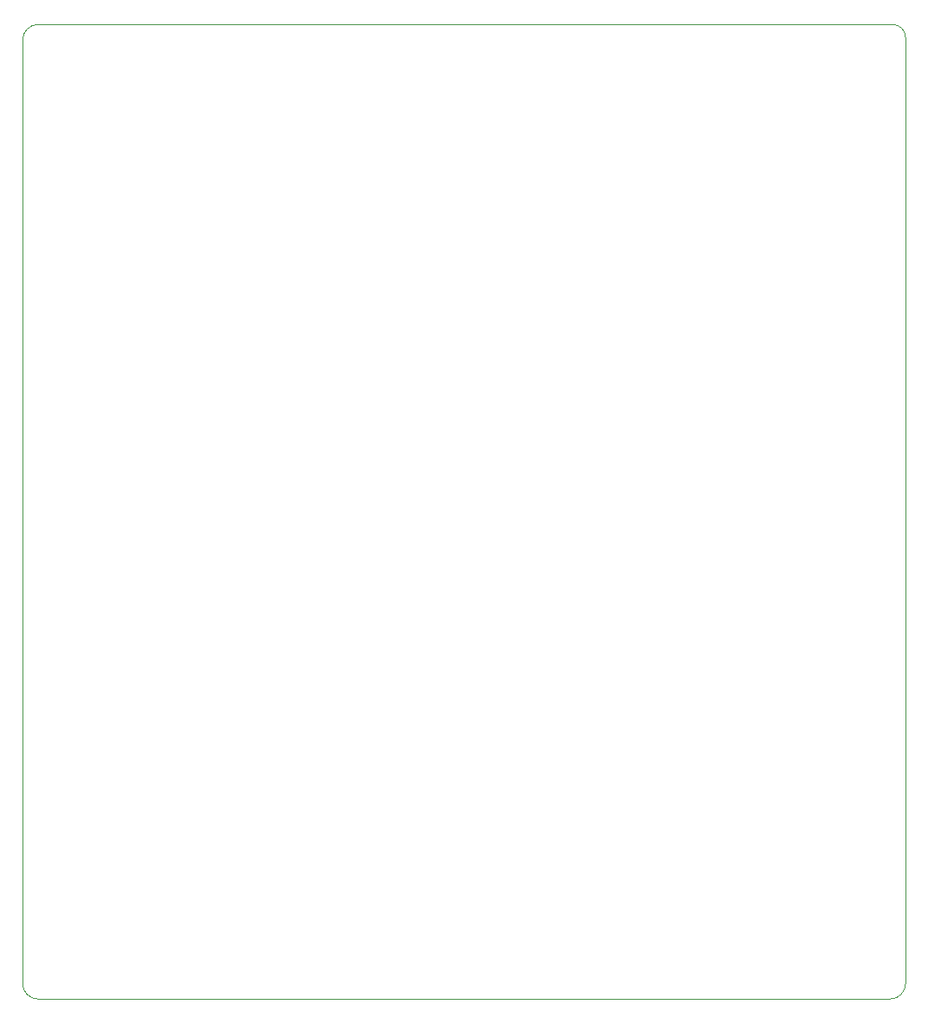
<source format=gm1>
G04 #@! TF.GenerationSoftware,KiCad,Pcbnew,7.0.9-7.0.9~ubuntu20.04.1*
G04 #@! TF.CreationDate,2023-12-22T19:52:23+01:00*
G04 #@! TF.ProjectId,kicad-trans_pwr,6b696361-642d-4747-9261-6e735f707772,1.0*
G04 #@! TF.SameCoordinates,Original*
G04 #@! TF.FileFunction,Profile,NP*
%FSLAX46Y46*%
G04 Gerber Fmt 4.6, Leading zero omitted, Abs format (unit mm)*
G04 Created by KiCad (PCBNEW 7.0.9-7.0.9~ubuntu20.04.1) date 2023-12-22 19:52:23*
%MOMM*%
%LPD*%
G01*
G04 APERTURE LIST*
G04 #@! TA.AperFunction,Profile*
%ADD10C,0.100000*%
G04 #@! TD*
G04 APERTURE END LIST*
D10*
X157480000Y-30480000D02*
X157480000Y-122936000D01*
X72644000Y-29210000D02*
X156210000Y-29210000D01*
X71120000Y-122936000D02*
X71120000Y-30734000D01*
X72644000Y-29210000D02*
G75*
G03*
X71120000Y-30734000I0J-1524000D01*
G01*
X155956000Y-124460000D02*
G75*
G03*
X157480000Y-122936000I0J1524000D01*
G01*
X155956000Y-124460000D02*
X72644000Y-124460000D01*
X157480000Y-30480000D02*
G75*
G03*
X156210000Y-29210000I-1270000J0D01*
G01*
X71120000Y-122936000D02*
G75*
G03*
X72644000Y-124460000I1524000J0D01*
G01*
M02*

</source>
